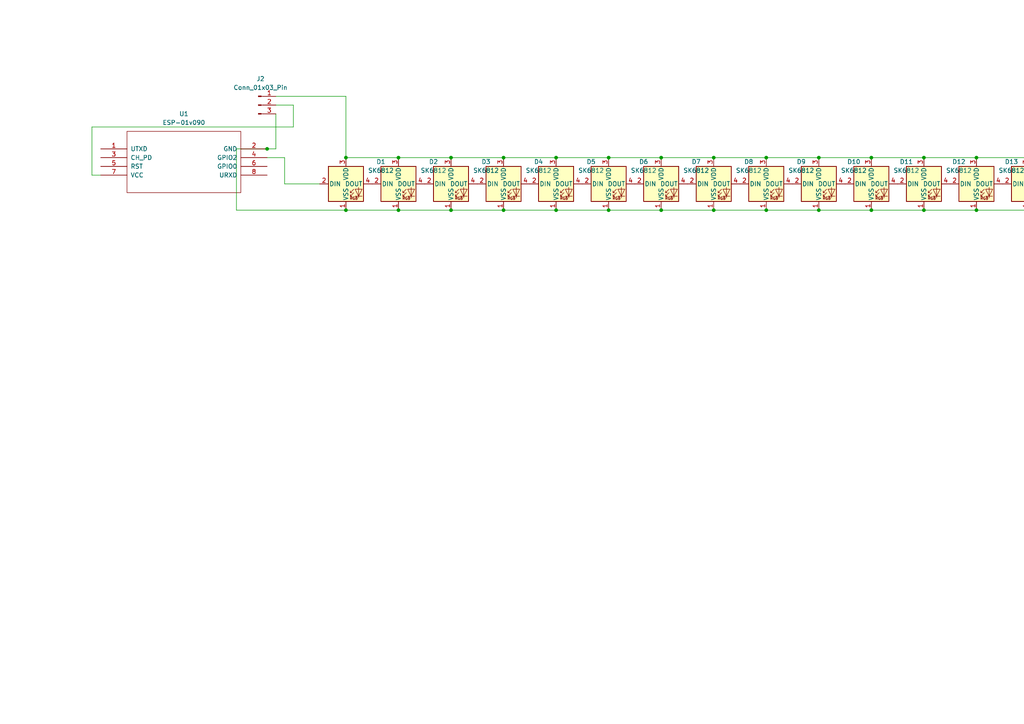
<source format=kicad_sch>
(kicad_sch (version 20250114) (generator "eeschema") (generator_version "9.0")
  (paper "A4")
  (lib_symbols
    (symbol "Connector:Conn_01x03_Pin" (pin_names (offset 1.016) (hide yes))
      (property "Reference" "J" (at 0 5.08 0))
      (property "Value" "Conn_01x03_Pin" (at 0 -5.08 0))
      (symbol "Conn_01x03_Pin_1_1"
        (rectangle (start 0.8636 2.667) (end 0 2.413) (stroke (width 0.1524)) (fill (type outline)))
        (rectangle (start 0.8636 0.127) (end 0 -0.127) (stroke (width 0.1524)) (fill (type outline)))
        (rectangle (start 0.8636 -2.413) (end 0 -2.667) (stroke (width 0.1524)) (fill (type outline)))
        (polyline (pts (xy 1.27 2.54) (xy 0.8636 2.54)) (stroke (width 0.1524)))
        (polyline (pts (xy 1.27 0) (xy 0.8636 0)) (stroke (width 0.1524)))
        (polyline (pts (xy 1.27 -2.54) (xy 0.8636 -2.54)) (stroke (width 0.1524)))
        (pin passive line (at 5.08 2.54 180) (length 3.81) (name "Pin_1") (number "1"))
        (pin passive line (at 5.08 0 180) (length 3.81) (name "Pin_2") (number "2"))
        (pin passive line (at 5.08 -2.54 180) (length 3.81) (name "Pin_3") (number "3"))
      )
    )
    (symbol "ESP8266:ESP-01v090" (pin_names (offset 1.016))
      (property "Reference" "U" (at 0 -2.54 0))
      (property "Value" "ESP-01v090" (at 0 2.54 0))
      (symbol "ESP-01v090_1_0"
        (rectangle (start -16.51 -8.89) (end 16.51 8.89))
      )
      (symbol "ESP-01v090_1_1"
        (pin output line (at -24.13 3.81 0) (length 7.62) (name "UTXD") (number "1"))
        (pin input line (at -24.13 1.27 0) (length 7.62) (name "CH_PD") (number "3"))
        (pin input line (at -24.13 -1.27 0) (length 7.62) (name "RST") (number "5"))
        (pin power_in line (at -24.13 -3.81 0) (length 7.62) (name "VCC") (number "7"))
        (pin power_in line (at 24.13 3.81 180) (length 7.62) (name "GND") (number "2"))
        (pin tri_state line (at 24.13 1.27 180) (length 7.62) (name "GPIO2") (number "4"))
        (pin tri_state line (at 24.13 -1.27 180) (length 7.62) (name "GPIO0") (number "6"))
        (pin input line (at 24.13 -3.81 180) (length 7.62) (name "URXD") (number "8"))
      )
    )
    (symbol "LED:SK6812" (pin_names (offset 0.254))
      (property "Reference" "D" (at 5.08 5.715 0))
      (property "Value" "SK6812" (at 1.27 -5.715 0))
      (symbol "SK6812_0_0"
        (text "RGB" (at 2.286 -4.191 0) (effects (font (size 0.762 0.762))))
      )
      (symbol "SK6812_0_1"
        (polyline (pts (xy 1.27 -2.54) (xy 1.778 -2.54)))
        (polyline (pts (xy 1.27 -3.556) (xy 1.778 -3.556)))
        (polyline (pts (xy 2.286 -1.524) (xy 1.27 -2.54) (xy 1.27 -2.032)))
        (polyline (pts (xy 2.286 -2.54) (xy 1.27 -3.556) (xy 1.27 -3.048)))
        (polyline (pts (xy 3.683 -1.016) (xy 3.683 -3.556) (xy 3.683 -4.064)))
        (polyline (pts (xy 4.699 -1.524) (xy 2.667 -1.524) (xy 3.683 -3.556) (xy 4.699 -1.524)))
        (polyline (pts (xy 4.699 -3.556) (xy 2.667 -3.556)))
        (rectangle (start 5.08 5.08) (end -5.08 -5.08) (stroke (width 0.254)) (fill (type background)))
      )
      (symbol "SK6812_1_1"
        (pin input line (at -7.62 0 0) (length 2.54) (name "DIN") (number "2"))
        (pin power_in line (at 0 7.62 270) (length 2.54) (name "VDD") (number "3"))
        (pin power_in line (at 0 -7.62 90) (length 2.54) (name "VSS") (number "1"))
        (pin output line (at 7.62 0 180) (length 2.54) (name "DOUT") (number "4"))
      )
    )
  )
  (junction (at 435.61 60.96))
  (junction (at 161.29 60.96))
  (junction (at 115.57 60.96))
  (junction (at 450.85 60.96))
  (junction (at 191.77 45.72))
  (junction (at 435.61 45.72))
  (junction (at 176.53 45.72))
  (junction (at 328.93 45.72))
  (junction (at 420.37 45.72))
  (junction (at 283.21 60.96))
  (junction (at 420.37 60.96))
  (junction (at 77.47 43.18))
  (junction (at 146.05 60.96))
  (junction (at 207.01 45.72))
  (junction (at 237.49 60.96))
  (junction (at 344.17 45.72))
  (junction (at 252.73 60.96))
  (junction (at 100.33 60.96))
  (junction (at 222.25 45.72))
  (junction (at 389.89 45.72))
  (junction (at 191.77 60.96))
  (junction (at 130.81 45.72))
  (junction (at 374.65 60.96))
  (junction (at 313.69 60.96))
  (junction (at 267.97 60.96))
  (junction (at 161.29 45.72))
  (junction (at 405.13 45.72))
  (junction (at 146.05 45.72))
  (junction (at 283.21 45.72))
  (junction (at 237.49 45.72))
  (junction (at 389.89 60.96))
  (junction (at 298.45 60.96))
  (junction (at 115.57 45.72))
  (junction (at 100.33 45.72))
  (junction (at 405.13 60.96))
  (junction (at 344.17 60.96))
  (junction (at 222.25 60.96))
  (junction (at 176.53 60.96))
  (junction (at 328.93 60.96))
  (junction (at 359.41 60.96))
  (junction (at 359.41 45.72))
  (junction (at 374.65 45.72))
  (junction (at 298.45 45.72))
  (junction (at 267.97 45.72))
  (junction (at 313.69 45.72))
  (junction (at 130.81 60.96))
  (junction (at 207.01 60.96))
  (junction (at 450.85 45.72))
  (junction (at 252.73 45.72))
  (wire (pts (xy 359.41 60.96) (xy 374.65 60.96)))
  (wire (pts (xy 374.65 45.72) (xy 389.89 45.72)))
  (wire (pts (xy 252.73 60.96) (xy 267.97 60.96)))
  (wire (pts (xy 313.69 45.72) (xy 328.93 45.72)))
  (wire (pts (xy 85.09 30.48) (xy 85.09 36.83)))
  (wire (pts (xy 130.81 60.96) (xy 146.05 60.96)))
  (wire (pts (xy 420.37 45.72) (xy 435.61 45.72)))
  (wire (pts (xy 405.13 60.96) (xy 420.37 60.96)))
  (wire (pts (xy 222.25 60.96) (xy 237.49 60.96)))
  (wire (pts (xy 82.55 45.72) (xy 82.55 53.34)))
  (wire (pts (xy 359.41 45.72) (xy 374.65 45.72)))
  (wire (pts (xy 298.45 60.96) (xy 313.69 60.96)))
  (wire (pts (xy 191.77 60.96) (xy 207.01 60.96)))
  (wire (pts (xy 207.01 45.72) (xy 222.25 45.72)))
  (wire (pts (xy 191.77 45.72) (xy 207.01 45.72)))
  (wire (pts (xy 389.89 60.96) (xy 405.13 60.96)))
  (wire (pts (xy 237.49 45.72) (xy 252.73 45.72)))
  (wire (pts (xy 435.61 45.72) (xy 450.85 45.72)))
  (wire (pts (xy 237.49 60.96) (xy 252.73 60.96)))
  (wire (pts (xy 328.93 60.96) (xy 344.17 60.96)))
  (wire (pts (xy 80.01 30.48) (xy 85.09 30.48)))
  (wire (pts (xy 82.55 53.34) (xy 92.71 53.34)))
  (wire (pts (xy 344.17 60.96) (xy 359.41 60.96)))
  (wire (pts (xy 80.01 43.18) (xy 77.47 43.18)))
  (wire (pts (xy 100.33 60.96) (xy 115.57 60.96)))
  (wire (pts (xy 435.61 60.96) (xy 450.85 60.96)))
  (wire (pts (xy 389.89 45.72) (xy 405.13 45.72)))
  (wire (pts (xy 267.97 60.96) (xy 283.21 60.96)))
  (wire (pts (xy 176.53 60.96) (xy 191.77 60.96)))
  (wire (pts (xy 313.69 60.96) (xy 328.93 60.96)))
  (wire (pts (xy 146.05 45.72) (xy 161.29 45.72)))
  (wire (pts (xy 450.85 60.96) (xy 466.09 60.96)))
  (wire (pts (xy 267.97 45.72) (xy 283.21 45.72)))
  (wire (pts (xy 283.21 60.96) (xy 298.45 60.96)))
  (wire (pts (xy 77.47 43.18) (xy 68.58 43.18)))
  (wire (pts (xy 68.58 43.18) (xy 68.58 60.96)))
  (wire (pts (xy 115.57 60.96) (xy 130.81 60.96)))
  (wire (pts (xy 420.37 60.96) (xy 435.61 60.96)))
  (wire (pts (xy 146.05 60.96) (xy 161.29 60.96)))
  (wire (pts (xy 252.73 45.72) (xy 267.97 45.72)))
  (wire (pts (xy 328.93 45.72) (xy 344.17 45.72)))
  (wire (pts (xy 450.85 45.72) (xy 466.09 45.72)))
  (wire (pts (xy 161.29 60.96) (xy 176.53 60.96)))
  (wire (pts (xy 161.29 45.72) (xy 176.53 45.72)))
  (wire (pts (xy 26.67 36.83) (xy 26.67 50.8)))
  (wire (pts (xy 405.13 45.72) (xy 420.37 45.72)))
  (wire (pts (xy 344.17 45.72) (xy 359.41 45.72)))
  (wire (pts (xy 80.01 33.02) (xy 80.01 43.18)))
  (wire (pts (xy 100.33 27.94) (xy 80.01 27.94)))
  (wire (pts (xy 374.65 60.96) (xy 389.89 60.96)))
  (wire (pts (xy 283.21 45.72) (xy 298.45 45.72)))
  (wire (pts (xy 298.45 45.72) (xy 313.69 45.72)))
  (wire (pts (xy 130.81 45.72) (xy 146.05 45.72)))
  (wire (pts (xy 207.01 60.96) (xy 222.25 60.96)))
  (wire (pts (xy 222.25 45.72) (xy 237.49 45.72)))
  (wire (pts (xy 85.09 36.83) (xy 26.67 36.83)))
  (wire (pts (xy 77.47 45.72) (xy 82.55 45.72)))
  (wire (pts (xy 100.33 45.72) (xy 115.57 45.72)))
  (wire (pts (xy 176.53 45.72) (xy 191.77 45.72)))
  (wire (pts (xy 68.58 60.96) (xy 100.33 60.96)))
  (wire (pts (xy 26.67 50.8) (xy 29.21 50.8)))
  (wire (pts (xy 100.33 45.72) (xy 100.33 27.94)))
  (wire (pts (xy 115.57 45.72) (xy 130.81 45.72)))
  (symbol (lib_id "LED:SK6812") (at 176.53 53.34 0) (unit 1)
    (property "Reference" "D6" (at 186.69 46.9198 0))
    (property "Value" "SK6812" (at 186.69 49.4598 0))
    (property "Footprint" "LED_SMD:LED_SK6812_PLCC4_5.0x5.0mm_P3.2mm" (effects (hide yes)))
    (property "Datasheet" "https://cdn-shop.adafruit.com/product-files/1138/SK6812+LED+datasheet+.pdf" (effects (hide yes)))
    (property "Description" "RGB LED with integrated controller" (effects (hide yes)))
  )
  (symbol (lib_id "LED:SK6812") (at 237.49 53.34 0) (unit 1)
    (property "Reference" "D10" (at 247.65 46.9198 0))
    (property "Value" "SK6812" (at 247.65 49.4598 0))
    (property "Footprint" "LED_SMD:LED_SK6812_PLCC4_5.0x5.0mm_P3.2mm" (effects (hide yes)))
    (property "Datasheet" "https://cdn-shop.adafruit.com/product-files/1138/SK6812+LED+datasheet+.pdf" (effects (hide yes)))
    (property "Description" "RGB LED with integrated controller" (effects (hide yes)))
  )
  (symbol (lib_id "LED:SK6812") (at 374.65 53.34 0) (unit 1)
    (property "Reference" "D19" (at 384.81 46.9198 0))
    (property "Value" "SK6812" (at 384.81 49.4598 0))
    (property "Footprint" "LED_SMD:LED_SK6812_PLCC4_5.0x5.0mm_P3.2mm" (effects (hide yes)))
    (property "Datasheet" "https://cdn-shop.adafruit.com/product-files/1138/SK6812+LED+datasheet+.pdf" (effects (hide yes)))
    (property "Description" "RGB LED with integrated controller" (effects (hide yes)))
  )
  (symbol (lib_id "LED:SK6812") (at 298.45 53.34 0) (unit 1)
    (property "Reference" "D14" (at 308.61 46.9198 0))
    (property "Value" "SK6812" (at 308.61 49.4598 0))
    (property "Footprint" "LED_SMD:LED_SK6812_PLCC4_5.0x5.0mm_P3.2mm" (effects (hide yes)))
    (property "Datasheet" "https://cdn-shop.adafruit.com/product-files/1138/SK6812+LED+datasheet+.pdf" (effects (hide yes)))
    (property "Description" "RGB LED with integrated controller" (effects (hide yes)))
  )
  (symbol (lib_id "LED:SK6812") (at 115.57 53.34 0) (unit 1)
    (property "Reference" "D2" (at 125.73 46.9198 0))
    (property "Value" "SK6812" (at 125.73 49.4598 0))
    (property "Footprint" "LED_SMD:LED_SK6812_PLCC4_5.0x5.0mm_P3.2mm" (effects (hide yes)))
    (property "Datasheet" "https://cdn-shop.adafruit.com/product-files/1138/SK6812+LED+datasheet+.pdf" (effects (hide yes)))
    (property "Description" "RGB LED with integrated controller" (effects (hide yes)))
  )
  (symbol (lib_id "LED:SK6812") (at 207.01 53.34 0) (unit 1)
    (property "Reference" "D8" (at 217.17 46.9198 0))
    (property "Value" "SK6812" (at 217.17 49.4598 0))
    (property "Footprint" "LED_SMD:LED_SK6812_PLCC4_5.0x5.0mm_P3.2mm" (effects (hide yes)))
    (property "Datasheet" "https://cdn-shop.adafruit.com/product-files/1138/SK6812+LED+datasheet+.pdf" (effects (hide yes)))
    (property "Description" "RGB LED with integrated controller" (effects (hide yes)))
  )
  (symbol (lib_id "LED:SK6812") (at 450.85 53.34 0) (unit 1)
    (property "Reference" "D24" (at 461.01 46.9198 0))
    (property "Value" "SK6812" (at 461.01 49.4598 0))
    (property "Footprint" "LED_SMD:LED_SK6812_PLCC4_5.0x5.0mm_P3.2mm" (effects (hide yes)))
    (property "Datasheet" "https://cdn-shop.adafruit.com/product-files/1138/SK6812+LED+datasheet+.pdf" (effects (hide yes)))
    (property "Description" "RGB LED with integrated controller" (effects (hide yes)))
  )
  (symbol (lib_id "LED:SK6812") (at 146.05 53.34 0) (unit 1)
    (property "Reference" "D4" (at 156.21 46.9198 0))
    (property "Value" "SK6812" (at 156.21 49.4598 0))
    (property "Footprint" "LED_SMD:LED_SK6812_PLCC4_5.0x5.0mm_P3.2mm" (effects (hide yes)))
    (property "Datasheet" "https://cdn-shop.adafruit.com/product-files/1138/SK6812+LED+datasheet+.pdf" (effects (hide yes)))
    (property "Description" "RGB LED with integrated controller" (effects (hide yes)))
  )
  (symbol (lib_id "LED:SK6812") (at 100.33 53.34 0) (unit 1)
    (property "Reference" "D1" (at 110.49 46.9198 0))
    (property "Value" "SK6812" (at 110.49 49.4598 0))
    (property "Footprint" "LED_SMD:LED_SK6812_PLCC4_5.0x5.0mm_P3.2mm" (effects (hide yes)))
    (property "Datasheet" "https://cdn-shop.adafruit.com/product-files/1138/SK6812+LED+datasheet+.pdf" (effects (hide yes)))
    (property "Description" "RGB LED with integrated controller" (effects (hide yes)))
  )
  (symbol (lib_id "LED:SK6812") (at 161.29 53.34 0) (unit 1)
    (property "Reference" "D5" (at 171.45 46.9198 0))
    (property "Value" "SK6812" (at 171.45 49.4598 0))
    (property "Footprint" "LED_SMD:LED_SK6812_PLCC4_5.0x5.0mm_P3.2mm" (effects (hide yes)))
    (property "Datasheet" "https://cdn-shop.adafruit.com/product-files/1138/SK6812+LED+datasheet+.pdf" (effects (hide yes)))
    (property "Description" "RGB LED with integrated controller" (effects (hide yes)))
  )
  (symbol (lib_id "LED:SK6812") (at 420.37 53.34 0) (unit 1)
    (property "Reference" "D22" (at 430.53 46.9198 0))
    (property "Value" "SK6812" (at 430.53 49.4598 0))
    (property "Footprint" "LED_SMD:LED_SK6812_PLCC4_5.0x5.0mm_P3.2mm" (effects (hide yes)))
    (property "Datasheet" "https://cdn-shop.adafruit.com/product-files/1138/SK6812+LED+datasheet+.pdf" (effects (hide yes)))
    (property "Description" "RGB LED with integrated controller" (effects (hide yes)))
  )
  (symbol (lib_id "LED:SK6812") (at 191.77 53.34 0) (unit 1)
    (property "Reference" "D7" (at 201.93 46.9198 0))
    (property "Value" "SK6812" (at 201.93 49.4598 0))
    (property "Footprint" "LED_SMD:LED_SK6812_PLCC4_5.0x5.0mm_P3.2mm" (effects (hide yes)))
    (property "Datasheet" "https://cdn-shop.adafruit.com/product-files/1138/SK6812+LED+datasheet+.pdf" (effects (hide yes)))
    (property "Description" "RGB LED with integrated controller" (effects (hide yes)))
  )
  (symbol (lib_id "LED:SK6812") (at 344.17 53.34 0) (unit 1)
    (property "Reference" "D17" (at 354.33 46.9198 0))
    (property "Value" "SK6812" (at 354.33 49.4598 0))
    (property "Footprint" "LED_SMD:LED_SK6812_PLCC4_5.0x5.0mm_P3.2mm" (effects (hide yes)))
    (property "Datasheet" "https://cdn-shop.adafruit.com/product-files/1138/SK6812+LED+datasheet+.pdf" (effects (hide yes)))
    (property "Description" "RGB LED with integrated controller" (effects (hide yes)))
  )
  (symbol (lib_id "LED:SK6812") (at 405.13 53.34 0) (unit 1)
    (property "Reference" "D21" (at 415.29 46.9198 0))
    (property "Value" "SK6812" (at 415.29 49.4598 0))
    (property "Footprint" "LED_SMD:LED_SK6812_PLCC4_5.0x5.0mm_P3.2mm" (effects (hide yes)))
    (property "Datasheet" "https://cdn-shop.adafruit.com/product-files/1138/SK6812+LED+datasheet+.pdf" (effects (hide yes)))
    (property "Description" "RGB LED with integrated controller" (effects (hide yes)))
  )
  (symbol (lib_id "ESP8266:ESP-01v090") (at 53.34 46.99 0) (unit 1)
    (property "Reference" "U1" (at 53.34 33.02 0))
    (property "Value" "ESP-01v090" (at 53.34 35.56 0))
    (property "Footprint" "ESP8266:ESP-01" (effects (hide yes)))
    (property "Datasheet" "http://l0l.org.uk/2014/12/esp8266-modules-hardware-guide-gotta-catch-em-all/" (effects (hide yes)))
    (property "Description" "ESP8266 ESP-01 module, v090" (effects (hide yes)))
  )
  (symbol (lib_id "LED:SK6812") (at 313.69 53.34 0) (unit 1)
    (property "Reference" "D15" (at 323.85 46.9198 0))
    (property "Value" "SK6812" (at 323.85 49.4598 0))
    (property "Footprint" "LED_SMD:LED_SK6812_PLCC4_5.0x5.0mm_P3.2mm" (effects (hide yes)))
    (property "Datasheet" "https://cdn-shop.adafruit.com/product-files/1138/SK6812+LED+datasheet+.pdf" (effects (hide yes)))
    (property "Description" "RGB LED with integrated controller" (effects (hide yes)))
  )
  (symbol (lib_id "LED:SK6812") (at 252.73 53.34 0) (unit 1)
    (property "Reference" "D11" (at 262.89 46.9198 0))
    (property "Value" "SK6812" (at 262.89 49.4598 0))
    (property "Footprint" "LED_SMD:LED_SK6812_PLCC4_5.0x5.0mm_P3.2mm" (effects (hide yes)))
    (property "Datasheet" "https://cdn-shop.adafruit.com/product-files/1138/SK6812+LED+datasheet+.pdf" (effects (hide yes)))
    (property "Description" "RGB LED with integrated controller" (effects (hide yes)))
  )
  (symbol (lib_id "LED:SK6812") (at 359.41 53.34 0) (unit 1)
    (property "Reference" "D18" (at 369.57 46.9198 0))
    (property "Value" "SK6812" (at 369.57 49.4598 0))
    (property "Footprint" "LED_SMD:LED_SK6812_PLCC4_5.0x5.0mm_P3.2mm" (effects (hide yes)))
    (property "Datasheet" "https://cdn-shop.adafruit.com/product-files/1138/SK6812+LED+datasheet+.pdf" (effects (hide yes)))
    (property "Description" "RGB LED with integrated controller" (effects (hide yes)))
  )
  (symbol (lib_id "LED:SK6812") (at 222.25 53.34 0) (unit 1)
    (property "Reference" "D9" (at 232.41 46.9198 0))
    (property "Value" "SK6812" (at 232.41 49.4598 0))
    (property "Footprint" "LED_SMD:LED_SK6812_PLCC4_5.0x5.0mm_P3.2mm" (effects (hide yes)))
    (property "Datasheet" "https://cdn-shop.adafruit.com/product-files/1138/SK6812+LED+datasheet+.pdf" (effects (hide yes)))
    (property "Description" "RGB LED with integrated controller" (effects (hide yes)))
  )
  (symbol (lib_id "LED:SK6812") (at 389.89 53.34 0) (unit 1)
    (property "Reference" "D20" (at 400.05 46.9198 0))
    (property "Value" "SK6812" (at 400.05 49.4598 0))
    (property "Footprint" "LED_SMD:LED_SK6812_PLCC4_5.0x5.0mm_P3.2mm" (effects (hide yes)))
    (property "Datasheet" "https://cdn-shop.adafruit.com/product-files/1138/SK6812+LED+datasheet+.pdf" (effects (hide yes)))
    (property "Description" "RGB LED with integrated controller" (effects (hide yes)))
  )
  (symbol (lib_id "Connector:Conn_01x03_Pin") (at 74.93 30.48 0) (unit 1)
    (property "Reference" "J2" (at 75.565 22.86 0))
    (property "Value" "Conn_01x03_Pin" (at 75.565 25.4 0))
    (property "Footprint" "Connector_PinHeader_2.54mm:PinHeader_1x03_P2.54mm_Vertical" (effects (hide yes)))
    (property "Description" "Generic connector, single row, 01x03, script generated" (effects (hide yes)))
  )
  (symbol (lib_id "LED:SK6812") (at 130.81 53.34 0) (unit 1)
    (property "Reference" "D3" (at 140.97 46.9198 0))
    (property "Value" "SK6812" (at 140.97 49.4598 0))
    (property "Footprint" "LED_SMD:LED_SK6812_PLCC4_5.0x5.0mm_P3.2mm" (effects (hide yes)))
    (property "Datasheet" "https://cdn-shop.adafruit.com/product-files/1138/SK6812+LED+datasheet+.pdf" (effects (hide yes)))
    (property "Description" "RGB LED with integrated controller" (effects (hide yes)))
  )
  (symbol (lib_id "LED:SK6812") (at 328.93 53.34 0) (unit 1)
    (property "Reference" "D16" (at 339.09 46.9198 0))
    (property "Value" "SK6812" (at 339.09 49.4598 0))
    (property "Footprint" "LED_SMD:LED_SK6812_PLCC4_5.0x5.0mm_P3.2mm" (effects (hide yes)))
    (property "Datasheet" "https://cdn-shop.adafruit.com/product-files/1138/SK6812+LED+datasheet+.pdf" (effects (hide yes)))
    (property "Description" "RGB LED with integrated controller" (effects (hide yes)))
  )
  (symbol (lib_id "LED:SK6812") (at 435.61 53.34 0) (unit 1)
    (property "Reference" "D23" (at 445.77 46.9198 0))
    (property "Value" "SK6812" (at 445.77 49.4598 0))
    (property "Footprint" "LED_SMD:LED_SK6812_PLCC4_5.0x5.0mm_P3.2mm" (effects (hide yes)))
    (property "Datasheet" "https://cdn-shop.adafruit.com/product-files/1138/SK6812+LED+datasheet+.pdf" (effects (hide yes)))
    (property "Description" "RGB LED with integrated controller" (effects (hide yes)))
  )
  (symbol (lib_id "LED:SK6812") (at 466.09 53.34 0) (unit 1)
    (property "Reference" "D25" (at 476.25 46.9198 0))
    (property "Value" "SK6812" (at 476.25 49.4598 0))
    (property "Footprint" "LED_SMD:LED_SK6812_PLCC4_5.0x5.0mm_P3.2mm" (effects (hide yes)))
    (property "Datasheet" "https://cdn-shop.adafruit.com/product-files/1138/SK6812+LED+datasheet+.pdf" (effects (hide yes)))
    (property "Description" "RGB LED with integrated controller" (effects (hide yes)))
  )
  (symbol (lib_id "LED:SK6812") (at 283.21 53.34 0) (unit 1)
    (property "Reference" "D13" (at 293.37 46.9198 0))
    (property "Value" "SK6812" (at 293.37 49.4598 0))
    (property "Footprint" "LED_SMD:LED_SK6812_PLCC4_5.0x5.0mm_P3.2mm" (effects (hide yes)))
    (property "Datasheet" "https://cdn-shop.adafruit.com/product-files/1138/SK6812+LED+datasheet+.pdf" (effects (hide yes)))
    (property "Description" "RGB LED with integrated controller" (effects (hide yes)))
  )
  (symbol (lib_id "LED:SK6812") (at 267.97 53.34 0) (unit 1)
    (property "Reference" "D12" (at 278.13 46.9198 0))
    (property "Value" "SK6812" (at 278.13 49.4598 0))
    (property "Footprint" "LED_SMD:LED_SK6812_PLCC4_5.0x5.0mm_P3.2mm" (effects (hide yes)))
    (property "Datasheet" "https://cdn-shop.adafruit.com/product-files/1138/SK6812+LED+datasheet+.pdf" (effects (hide yes)))
    (property "Description" "RGB LED with integrated controller" (effects (hide yes)))
  )
)
</source>
